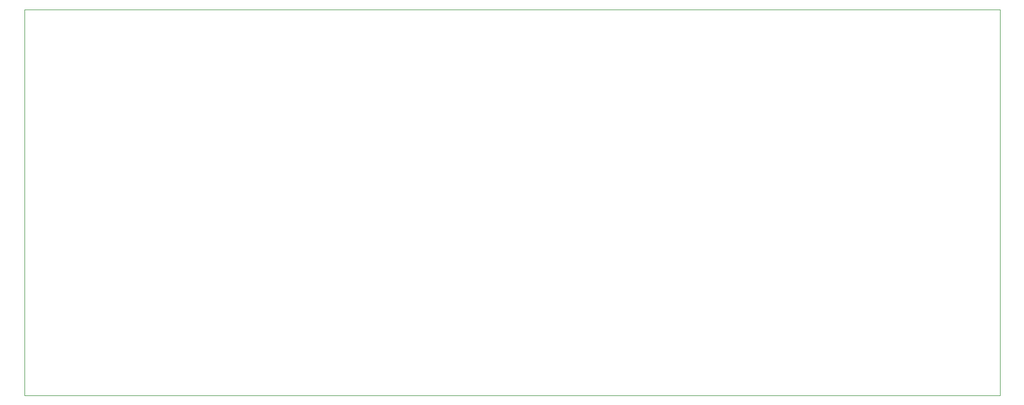
<source format=gbr>
%TF.GenerationSoftware,Altium Limited,Altium Designer,25.7.1 (20)*%
G04 Layer_Color=0*
%FSLAX45Y45*%
%MOMM*%
%TF.SameCoordinates,D8C98939-B5AC-4A14-9F93-74B2487226E3*%
%TF.FilePolarity,Positive*%
%TF.FileFunction,Profile,NP*%
%TF.Part,Single*%
G01*
G75*
%TA.AperFunction,Profile*%
%ADD221C,0.02540*%
D221*
X2422500Y2390000D02*
X2422500Y8525000D01*
X17922501D01*
X17922499Y2390001D01*
X2422500Y2390000D01*
%TF.MD5,7aae6b8bc3317b9af49283f5c2aa065e*%
M02*

</source>
